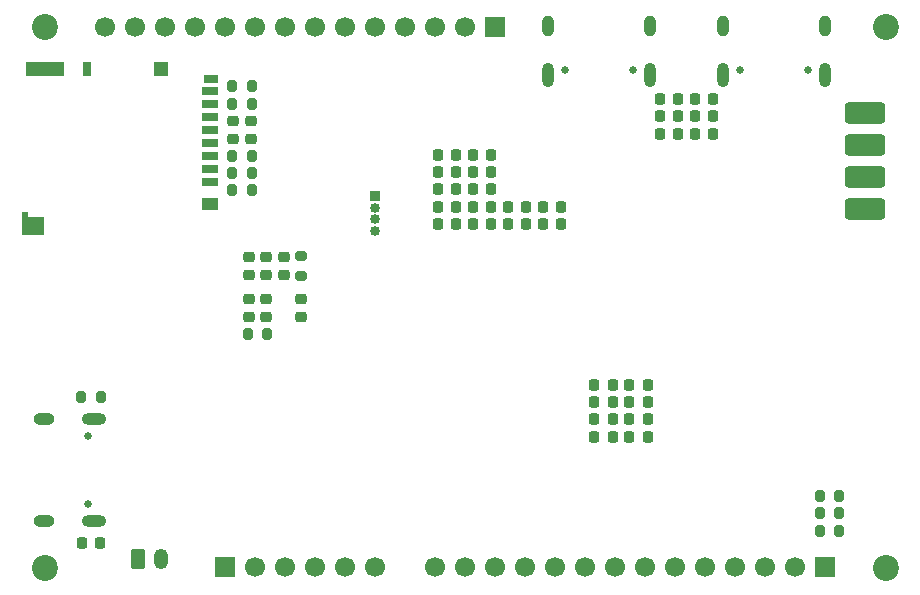
<source format=gbr>
%TF.GenerationSoftware,KiCad,Pcbnew,9.0.3*%
%TF.CreationDate,2025-10-26T12:54:33-04:00*%
%TF.ProjectId,SeedSBC_rev1_1,53656564-5342-4435-9f72-6576315f312e,rev?*%
%TF.SameCoordinates,Original*%
%TF.FileFunction,Soldermask,Bot*%
%TF.FilePolarity,Negative*%
%FSLAX46Y46*%
G04 Gerber Fmt 4.6, Leading zero omitted, Abs format (unit mm)*
G04 Created by KiCad (PCBNEW 9.0.3) date 2025-10-26 12:54:33*
%MOMM*%
%LPD*%
G01*
G04 APERTURE LIST*
G04 Aperture macros list*
%AMRoundRect*
0 Rectangle with rounded corners*
0 $1 Rounding radius*
0 $2 $3 $4 $5 $6 $7 $8 $9 X,Y pos of 4 corners*
0 Add a 4 corners polygon primitive as box body*
4,1,4,$2,$3,$4,$5,$6,$7,$8,$9,$2,$3,0*
0 Add four circle primitives for the rounded corners*
1,1,$1+$1,$2,$3*
1,1,$1+$1,$4,$5*
1,1,$1+$1,$6,$7*
1,1,$1+$1,$8,$9*
0 Add four rect primitives between the rounded corners*
20,1,$1+$1,$2,$3,$4,$5,0*
20,1,$1+$1,$4,$5,$6,$7,0*
20,1,$1+$1,$6,$7,$8,$9,0*
20,1,$1+$1,$8,$9,$2,$3,0*%
%AMRotRect*
0 Rectangle, with rotation*
0 The origin of the aperture is its center*
0 $1 length*
0 $2 width*
0 $3 Rotation angle, in degrees counterclockwise*
0 Add horizontal line*
21,1,$1,$2,0,0,$3*%
G04 Aperture macros list end*
%ADD10C,0.650000*%
%ADD11O,2.100000X1.000000*%
%ADD12O,1.800000X1.000000*%
%ADD13RoundRect,0.250000X-0.350000X-0.625000X0.350000X-0.625000X0.350000X0.625000X-0.350000X0.625000X0*%
%ADD14O,1.200000X1.750000*%
%ADD15C,2.200000*%
%ADD16O,1.000000X2.100000*%
%ADD17O,1.000000X1.800000*%
%ADD18R,1.700000X1.700000*%
%ADD19C,1.700000*%
%ADD20R,0.850000X0.850000*%
%ADD21C,0.850000*%
%ADD22RoundRect,0.225000X0.250000X-0.225000X0.250000X0.225000X-0.250000X0.225000X-0.250000X-0.225000X0*%
%ADD23RoundRect,0.225000X-0.225000X-0.250000X0.225000X-0.250000X0.225000X0.250000X-0.225000X0.250000X0*%
%ADD24RoundRect,0.200000X-0.200000X-0.275000X0.200000X-0.275000X0.200000X0.275000X-0.200000X0.275000X0*%
%ADD25RoundRect,0.200000X0.200000X0.275000X-0.200000X0.275000X-0.200000X-0.275000X0.200000X-0.275000X0*%
%ADD26RoundRect,0.250000X1.450000X0.650000X-1.450000X0.650000X-1.450000X-0.650000X1.450000X-0.650000X0*%
%ADD27RoundRect,0.218750X0.256250X-0.218750X0.256250X0.218750X-0.256250X0.218750X-0.256250X-0.218750X0*%
%ADD28RoundRect,0.225000X0.225000X0.250000X-0.225000X0.250000X-0.225000X-0.250000X0.225000X-0.250000X0*%
%ADD29R,1.400000X0.700000*%
%ADD30R,1.200000X0.700000*%
%ADD31R,0.800000X1.200000*%
%ADD32R,1.900000X1.500000*%
%ADD33RotRect,0.200000X0.200000X45.000000*%
%ADD34R,0.500000X0.500000*%
%ADD35R,1.400000X1.000000*%
%ADD36R,3.200000X1.200000*%
%ADD37R,1.200000X1.200000*%
%ADD38RoundRect,0.225000X-0.250000X0.225000X-0.250000X-0.225000X0.250000X-0.225000X0.250000X0.225000X0*%
%ADD39RoundRect,0.200000X-0.275000X0.200000X-0.275000X-0.200000X0.275000X-0.200000X0.275000X0.200000X0*%
%ADD40RoundRect,0.218750X-0.256250X0.218750X-0.256250X-0.218750X0.256250X-0.218750X0.256250X0.218750X0*%
G04 APERTURE END LIST*
D10*
%TO.C,J6*%
X107757500Y-113335000D03*
X107757500Y-119115000D03*
D11*
X108257500Y-111905000D03*
D12*
X104077500Y-111905000D03*
D11*
X108257500Y-120545000D03*
D12*
X104077500Y-120545000D03*
%TD*%
D13*
%TO.C,J3*%
X111960000Y-123740000D03*
D14*
X113960000Y-123740000D03*
%TD*%
D15*
%TO.C,H2*%
X175300000Y-78700000D03*
%TD*%
D10*
%TO.C,J1*%
X168710000Y-82315000D03*
X162930000Y-82315000D03*
D16*
X170140000Y-82815000D03*
D17*
X170140000Y-78635000D03*
D16*
X161500000Y-82815000D03*
D17*
X161500000Y-78635000D03*
%TD*%
D10*
%TO.C,J7*%
X153890000Y-82315000D03*
X148110000Y-82315000D03*
D16*
X155320000Y-82815000D03*
D17*
X155320000Y-78635000D03*
D16*
X146680000Y-82815000D03*
D17*
X146680000Y-78635000D03*
%TD*%
D18*
%TO.C,J4*%
X119380000Y-124460000D03*
D19*
X121920000Y-124460000D03*
X124460000Y-124460000D03*
X127000000Y-124460000D03*
X129540000Y-124460000D03*
X132080000Y-124460000D03*
%TD*%
D15*
%TO.C,H1*%
X104100000Y-78700000D03*
%TD*%
%TO.C,H4*%
X104100000Y-124500000D03*
%TD*%
%TO.C,H3*%
X175300000Y-124500000D03*
%TD*%
D18*
%TO.C,J8*%
X170180000Y-124460000D03*
D19*
X167640000Y-124460000D03*
X165100000Y-124460000D03*
X162560000Y-124460000D03*
X160020000Y-124460000D03*
X157480000Y-124460000D03*
X154940000Y-124460000D03*
X152400000Y-124460000D03*
X149860000Y-124460000D03*
X147320000Y-124460000D03*
X144780000Y-124460000D03*
X142240000Y-124460000D03*
X139700000Y-124460000D03*
X137160000Y-124460000D03*
%TD*%
D18*
%TO.C,J5*%
X142240000Y-78740000D03*
D19*
X139700000Y-78740000D03*
X137160000Y-78740000D03*
X134620000Y-78740000D03*
X132080000Y-78740000D03*
X129540000Y-78740000D03*
X127000000Y-78740000D03*
X124460000Y-78740000D03*
X121920000Y-78740000D03*
X119380000Y-78740000D03*
X116840000Y-78740000D03*
X114300000Y-78740000D03*
X111760000Y-78740000D03*
X109220000Y-78740000D03*
%TD*%
D20*
%TO.C,J9*%
X132080000Y-93000000D03*
D21*
X132080000Y-94000000D03*
X132080000Y-95000000D03*
X132080000Y-96000000D03*
%TD*%
D22*
%TO.C,C57*%
X121380000Y-99710000D03*
X121380000Y-98160000D03*
%TD*%
D23*
%TO.C,C26*%
X140350000Y-90990000D03*
X141900000Y-90990000D03*
%TD*%
D24*
%TO.C,R33*%
X169725000Y-118430000D03*
X171375000Y-118430000D03*
%TD*%
D23*
%TO.C,C12*%
X153600000Y-109010000D03*
X155150000Y-109010000D03*
%TD*%
D25*
%TO.C,R20*%
X122930000Y-104710000D03*
X121280000Y-104710000D03*
%TD*%
D26*
%TO.C,TP3V3*%
X173570000Y-88730000D03*
%TD*%
D27*
%TO.C,L8*%
X125760000Y-103280000D03*
X125760000Y-101705000D03*
%TD*%
D28*
%TO.C,C47*%
X160665000Y-86260000D03*
X159115000Y-86260000D03*
%TD*%
D25*
%TO.C,R3*%
X121640000Y-92530000D03*
X119990000Y-92530000D03*
%TD*%
D23*
%TO.C,C53*%
X153600000Y-111930000D03*
X155150000Y-111930000D03*
%TD*%
D22*
%TO.C,C2*%
X121550000Y-88180000D03*
X121550000Y-86630000D03*
%TD*%
D28*
%TO.C,C11*%
X152190000Y-113390000D03*
X150640000Y-113390000D03*
%TD*%
D26*
%TO.C,TP1V2*%
X173570000Y-91430000D03*
%TD*%
D23*
%TO.C,C25*%
X140350000Y-92450000D03*
X141900000Y-92450000D03*
%TD*%
D29*
%TO.C,J2*%
X118120000Y-91800000D03*
X118120000Y-90700000D03*
X118120000Y-89600000D03*
X118120000Y-88500000D03*
X118120000Y-87400000D03*
X118120000Y-86300000D03*
X118120000Y-85200000D03*
X118120000Y-84100000D03*
D30*
X118220000Y-83150000D03*
D31*
X107720000Y-82300000D03*
D32*
X103120000Y-95600000D03*
D33*
X102670000Y-94850000D03*
D34*
X102420000Y-94600000D03*
D35*
X118120000Y-93700000D03*
D36*
X104120000Y-82300000D03*
D37*
X113920000Y-82300000D03*
%TD*%
D22*
%TO.C,C46*%
X122850000Y-99710000D03*
X122850000Y-98160000D03*
%TD*%
D25*
%TO.C,R46*%
X121620000Y-85190000D03*
X119970000Y-85190000D03*
%TD*%
D28*
%TO.C,C17*%
X138940000Y-89530000D03*
X137390000Y-89530000D03*
%TD*%
%TO.C,C27*%
X144860000Y-93910000D03*
X143310000Y-93910000D03*
%TD*%
D23*
%TO.C,C31*%
X156155000Y-87730000D03*
X157705000Y-87730000D03*
%TD*%
D38*
%TO.C,C59*%
X122840000Y-101730000D03*
X122840000Y-103280000D03*
%TD*%
D28*
%TO.C,C20*%
X138940000Y-92450000D03*
X137390000Y-92450000D03*
%TD*%
D23*
%TO.C,C30*%
X146270000Y-93910000D03*
X147820000Y-93910000D03*
%TD*%
%TO.C,C24*%
X140350000Y-93910000D03*
X141900000Y-93910000D03*
%TD*%
D26*
%TO.C,TP2V5*%
X173570000Y-94130000D03*
%TD*%
D39*
%TO.C,R19*%
X125780000Y-98110000D03*
X125780000Y-99760000D03*
%TD*%
D28*
%TO.C,C19*%
X138940000Y-90990000D03*
X137390000Y-90990000D03*
%TD*%
%TO.C,C32*%
X160665000Y-87730000D03*
X159115000Y-87730000D03*
%TD*%
D23*
%TO.C,C18*%
X140350000Y-95370000D03*
X141900000Y-95370000D03*
%TD*%
D22*
%TO.C,C1*%
X120080000Y-88180000D03*
X120080000Y-86630000D03*
%TD*%
D23*
%TO.C,C23*%
X140350000Y-89530000D03*
X141900000Y-89530000D03*
%TD*%
D28*
%TO.C,C50*%
X152190000Y-110470000D03*
X150640000Y-110470000D03*
%TD*%
D23*
%TO.C,C63*%
X156155000Y-84790000D03*
X157705000Y-84790000D03*
%TD*%
D24*
%TO.C,R34*%
X169725000Y-119890000D03*
X171375000Y-119890000D03*
%TD*%
D23*
%TO.C,C48*%
X156155000Y-86260000D03*
X157705000Y-86260000D03*
%TD*%
D26*
%TO.C,TP5V0*%
X173570000Y-86030000D03*
%TD*%
D23*
%TO.C,C54*%
X153600000Y-110470000D03*
X155150000Y-110470000D03*
%TD*%
D28*
%TO.C,C51*%
X152190000Y-111930000D03*
X150640000Y-111930000D03*
%TD*%
%TO.C,C21*%
X138940000Y-93910000D03*
X137390000Y-93910000D03*
%TD*%
D23*
%TO.C,C29*%
X146270000Y-95370000D03*
X147820000Y-95370000D03*
%TD*%
D28*
%TO.C,C62*%
X160665000Y-84790000D03*
X159115000Y-84790000D03*
%TD*%
D24*
%TO.C,R32*%
X169725000Y-121350000D03*
X171375000Y-121350000D03*
%TD*%
D23*
%TO.C,C3*%
X107255000Y-122420000D03*
X108805000Y-122420000D03*
%TD*%
D40*
%TO.C,L7*%
X124320000Y-98142500D03*
X124320000Y-99717500D03*
%TD*%
D28*
%TO.C,C28*%
X144860000Y-95370000D03*
X143310000Y-95370000D03*
%TD*%
D25*
%TO.C,R47*%
X121640000Y-89610000D03*
X119990000Y-89610000D03*
%TD*%
%TO.C,R2*%
X121640000Y-91070000D03*
X119990000Y-91070000D03*
%TD*%
D28*
%TO.C,C22*%
X138940000Y-95370000D03*
X137390000Y-95370000D03*
%TD*%
D24*
%TO.C,R1*%
X107175000Y-110000000D03*
X108825000Y-110000000D03*
%TD*%
D38*
%TO.C,C58*%
X121380000Y-101730000D03*
X121380000Y-103280000D03*
%TD*%
D23*
%TO.C,C52*%
X153600000Y-113400000D03*
X155150000Y-113400000D03*
%TD*%
D25*
%TO.C,R45*%
X121620000Y-83730000D03*
X119970000Y-83730000D03*
%TD*%
D28*
%TO.C,C49*%
X152190000Y-109010000D03*
X150640000Y-109010000D03*
%TD*%
M02*

</source>
